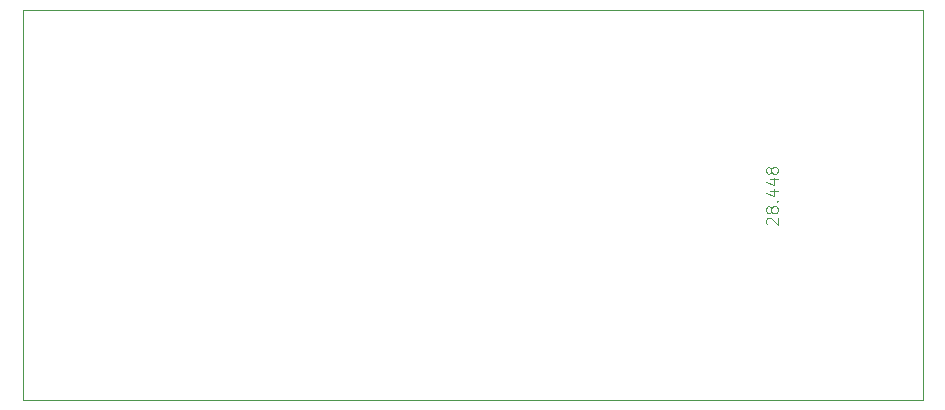
<source format=gbr>
G04 #@! TF.GenerationSoftware,KiCad,Pcbnew,(5.1.12)-1*
G04 #@! TF.CreationDate,2022-02-08T15:15:27-06:00*
G04 #@! TF.ProjectId,optical_digitizer,6f707469-6361-46c5-9f64-69676974697a,4.2*
G04 #@! TF.SameCoordinates,Original*
G04 #@! TF.FileFunction,Profile,NP*
%FSLAX46Y46*%
G04 Gerber Fmt 4.6, Leading zero omitted, Abs format (unit mm)*
G04 Created by KiCad (PCBNEW (5.1.12)-1) date 2022-02-08 15:15:27*
%MOMM*%
%LPD*%
G01*
G04 APERTURE LIST*
G04 #@! TA.AperFunction,Profile*
%ADD10C,0.025400*%
G04 #@! TD*
%ADD11C,0.050000*%
G04 APERTURE END LIST*
D10*
X152400000Y-119380000D02*
X76200000Y-119380000D01*
X152400000Y-152400000D02*
X76200000Y-152400000D01*
X152400000Y-119380000D02*
X152400000Y-152400000D01*
X76200000Y-152400000D02*
X76200000Y-119380000D01*
D11*
X139247119Y-137518571D02*
X139199500Y-137470952D01*
X139151880Y-137375714D01*
X139151880Y-137137619D01*
X139199500Y-137042380D01*
X139247119Y-136994761D01*
X139342357Y-136947142D01*
X139437595Y-136947142D01*
X139580452Y-136994761D01*
X140151880Y-137566190D01*
X140151880Y-136947142D01*
X139580452Y-136375714D02*
X139532833Y-136470952D01*
X139485214Y-136518571D01*
X139389976Y-136566190D01*
X139342357Y-136566190D01*
X139247119Y-136518571D01*
X139199500Y-136470952D01*
X139151880Y-136375714D01*
X139151880Y-136185238D01*
X139199500Y-136090000D01*
X139247119Y-136042380D01*
X139342357Y-135994761D01*
X139389976Y-135994761D01*
X139485214Y-136042380D01*
X139532833Y-136090000D01*
X139580452Y-136185238D01*
X139580452Y-136375714D01*
X139628071Y-136470952D01*
X139675690Y-136518571D01*
X139770928Y-136566190D01*
X139961404Y-136566190D01*
X140056642Y-136518571D01*
X140104261Y-136470952D01*
X140151880Y-136375714D01*
X140151880Y-136185238D01*
X140104261Y-136090000D01*
X140056642Y-136042380D01*
X139961404Y-135994761D01*
X139770928Y-135994761D01*
X139675690Y-136042380D01*
X139628071Y-136090000D01*
X139580452Y-136185238D01*
X140056642Y-135566190D02*
X140104261Y-135518571D01*
X140151880Y-135566190D01*
X140104261Y-135613809D01*
X140056642Y-135566190D01*
X140151880Y-135566190D01*
X139485214Y-134661428D02*
X140151880Y-134661428D01*
X139104261Y-134899523D02*
X139818547Y-135137619D01*
X139818547Y-134518571D01*
X139485214Y-133709047D02*
X140151880Y-133709047D01*
X139104261Y-133947142D02*
X139818547Y-134185238D01*
X139818547Y-133566190D01*
X139580452Y-133042380D02*
X139532833Y-133137619D01*
X139485214Y-133185238D01*
X139389976Y-133232857D01*
X139342357Y-133232857D01*
X139247119Y-133185238D01*
X139199500Y-133137619D01*
X139151880Y-133042380D01*
X139151880Y-132851904D01*
X139199500Y-132756666D01*
X139247119Y-132709047D01*
X139342357Y-132661428D01*
X139389976Y-132661428D01*
X139485214Y-132709047D01*
X139532833Y-132756666D01*
X139580452Y-132851904D01*
X139580452Y-133042380D01*
X139628071Y-133137619D01*
X139675690Y-133185238D01*
X139770928Y-133232857D01*
X139961404Y-133232857D01*
X140056642Y-133185238D01*
X140104261Y-133137619D01*
X140151880Y-133042380D01*
X140151880Y-132851904D01*
X140104261Y-132756666D01*
X140056642Y-132709047D01*
X139961404Y-132661428D01*
X139770928Y-132661428D01*
X139675690Y-132709047D01*
X139628071Y-132756666D01*
X139580452Y-132851904D01*
M02*

</source>
